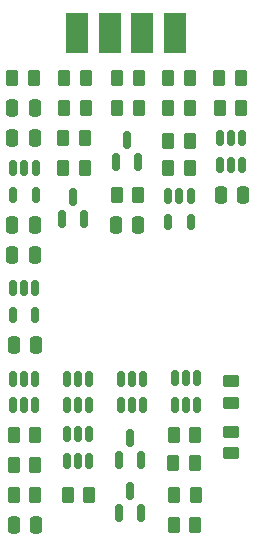
<source format=gbr>
G04 #@! TF.GenerationSoftware,KiCad,Pcbnew,9.0.2*
G04 #@! TF.CreationDate,2025-08-14T17:01:52+02:00*
G04 #@! TF.ProjectId,blue2joy,626c7565-326a-46f7-992e-6b696361645f,rev?*
G04 #@! TF.SameCoordinates,Original*
G04 #@! TF.FileFunction,Soldermask,Bot*
G04 #@! TF.FilePolarity,Negative*
%FSLAX46Y46*%
G04 Gerber Fmt 4.6, Leading zero omitted, Abs format (unit mm)*
G04 Created by KiCad (PCBNEW 9.0.2) date 2025-08-14 17:01:52*
%MOMM*%
%LPD*%
G01*
G04 APERTURE LIST*
G04 Aperture macros list*
%AMRoundRect*
0 Rectangle with rounded corners*
0 $1 Rounding radius*
0 $2 $3 $4 $5 $6 $7 $8 $9 X,Y pos of 4 corners*
0 Add a 4 corners polygon primitive as box body*
4,1,4,$2,$3,$4,$5,$6,$7,$8,$9,$2,$3,0*
0 Add four circle primitives for the rounded corners*
1,1,$1+$1,$2,$3*
1,1,$1+$1,$4,$5*
1,1,$1+$1,$6,$7*
1,1,$1+$1,$8,$9*
0 Add four rect primitives between the rounded corners*
20,1,$1+$1,$2,$3,$4,$5,0*
20,1,$1+$1,$4,$5,$6,$7,0*
20,1,$1+$1,$6,$7,$8,$9,0*
20,1,$1+$1,$8,$9,$2,$3,0*%
G04 Aperture macros list end*
%ADD10R,1.846667X3.480000*%
%ADD11RoundRect,0.250000X0.262500X0.450000X-0.262500X0.450000X-0.262500X-0.450000X0.262500X-0.450000X0*%
%ADD12RoundRect,0.150000X0.150000X-0.512500X0.150000X0.512500X-0.150000X0.512500X-0.150000X-0.512500X0*%
%ADD13RoundRect,0.150000X0.150000X-0.587500X0.150000X0.587500X-0.150000X0.587500X-0.150000X-0.587500X0*%
%ADD14RoundRect,0.150000X-0.150000X0.512500X-0.150000X-0.512500X0.150000X-0.512500X0.150000X0.512500X0*%
%ADD15RoundRect,0.250000X-0.250000X-0.475000X0.250000X-0.475000X0.250000X0.475000X-0.250000X0.475000X0*%
%ADD16RoundRect,0.250000X0.450000X-0.262500X0.450000X0.262500X-0.450000X0.262500X-0.450000X-0.262500X0*%
%ADD17RoundRect,0.250000X-0.262500X-0.450000X0.262500X-0.450000X0.262500X0.450000X-0.262500X0.450000X0*%
%ADD18RoundRect,0.250000X-0.450000X0.262500X-0.450000X-0.262500X0.450000X-0.262500X0.450000X0.262500X0*%
%ADD19RoundRect,0.250000X0.250000X0.475000X-0.250000X0.475000X-0.250000X-0.475000X0.250000X-0.475000X0*%
G04 APERTURE END LIST*
D10*
X-4155000Y254000D03*
X-1385000Y254000D03*
X1385000Y254000D03*
X4155000Y254000D03*
D11*
X-3403600Y-6096000D03*
X-5228600Y-6096000D03*
D12*
X9840000Y-10911000D03*
X8890000Y-10911000D03*
X7940000Y-10911000D03*
X7940000Y-8636000D03*
X8890000Y-8636000D03*
X9840000Y-8636000D03*
D13*
X-3556000Y-15494000D03*
X-5456000Y-15494000D03*
X-4506000Y-13619000D03*
D14*
X-9586000Y-21336000D03*
X-8636000Y-21336000D03*
X-7686000Y-21336000D03*
X-7686000Y-23611000D03*
X-9586000Y-23611000D03*
X-9555600Y-11176000D03*
X-8605600Y-11176000D03*
X-7655600Y-11176000D03*
X-7655600Y-13451000D03*
X-9555600Y-13451000D03*
D15*
X-9652000Y-6096000D03*
X-7752000Y-6096000D03*
D16*
X8890000Y-31035000D03*
X8890000Y-29210000D03*
D17*
X4017000Y-41402000D03*
X5842000Y-41402000D03*
D13*
X1265000Y-40386000D03*
X-635000Y-40386000D03*
X315000Y-38511000D03*
D11*
X-7700000Y-38862000D03*
X-9525000Y-38862000D03*
D17*
X3970000Y-36144200D03*
X5795000Y-36144200D03*
X-5334000Y-8636000D03*
X-3509000Y-8636000D03*
D15*
X-9499600Y-26162000D03*
X-7599600Y-26162000D03*
D17*
X3556000Y-8890000D03*
X5381000Y-8890000D03*
X-762000Y-3556000D03*
X1063000Y-3556000D03*
D15*
X-9621600Y-8636000D03*
X-7721600Y-8636000D03*
D14*
X-442000Y-28967000D03*
X508000Y-28967000D03*
X1458000Y-28967000D03*
X1458000Y-31242000D03*
X508000Y-31242000D03*
X-442000Y-31242000D03*
D17*
X3556000Y-3556000D03*
X5381000Y-3556000D03*
X-4953000Y-38862000D03*
X-3128000Y-38862000D03*
D18*
X8890000Y-33481000D03*
X8890000Y-35306000D03*
D17*
X3556000Y-11176000D03*
X5381000Y-11176000D03*
D15*
X8006000Y-13462000D03*
X9906000Y-13462000D03*
D17*
X-5230500Y-3556000D03*
X-3405500Y-3556000D03*
D13*
X1268900Y-35871873D03*
X-631100Y-35871873D03*
X318900Y-33996873D03*
D19*
X1016000Y-16002000D03*
X-884000Y-16002000D03*
D11*
X-7827000Y-3556000D03*
X-9652000Y-3556000D03*
D17*
X7877800Y-3556000D03*
X9702800Y-3556000D03*
X-5334000Y-11176000D03*
X-3509000Y-11176000D03*
D11*
X-7700000Y-36322000D03*
X-9525000Y-36322000D03*
D12*
X-3114000Y-35930000D03*
X-4064000Y-35930000D03*
X-5014000Y-35930000D03*
X-5014000Y-33655000D03*
X-4064000Y-33655000D03*
X-3114000Y-33655000D03*
D11*
X5889000Y-38862000D03*
X4064000Y-38862000D03*
D17*
X4017000Y-33731200D03*
X5842000Y-33731200D03*
D11*
X5381000Y-6096000D03*
X3556000Y-6096000D03*
D14*
X3556000Y-13473000D03*
X4506000Y-13473000D03*
X5456000Y-13473000D03*
X5456000Y-15748000D03*
X3556000Y-15748000D03*
X-9586000Y-28967000D03*
X-8636000Y-28967000D03*
X-7686000Y-28967000D03*
X-7686000Y-31242000D03*
X-8636000Y-31242000D03*
X-9586000Y-31242000D03*
D19*
X-7620000Y-41402000D03*
X-9520000Y-41402000D03*
D13*
X1016000Y-10668000D03*
X-884000Y-10668000D03*
X66000Y-8793000D03*
D11*
X-7700000Y-33782000D03*
X-9525000Y-33782000D03*
X1063000Y-6096000D03*
X-762000Y-6096000D03*
X9749800Y-6096000D03*
X7924800Y-6096000D03*
D12*
X-3114000Y-31242000D03*
X-4064000Y-31242000D03*
X-5014000Y-31242000D03*
X-5014000Y-28967000D03*
X-4064000Y-28967000D03*
X-3114000Y-28967000D03*
D15*
X-9621600Y-16002000D03*
X-7721600Y-16002000D03*
D17*
X-809000Y-13462000D03*
X1016000Y-13462000D03*
D12*
X6030000Y-31231000D03*
X5080000Y-31231000D03*
X4130000Y-31231000D03*
X4130000Y-28956000D03*
X5080000Y-28956000D03*
X6030000Y-28956000D03*
D15*
X-9621600Y-18542000D03*
X-7721600Y-18542000D03*
M02*

</source>
